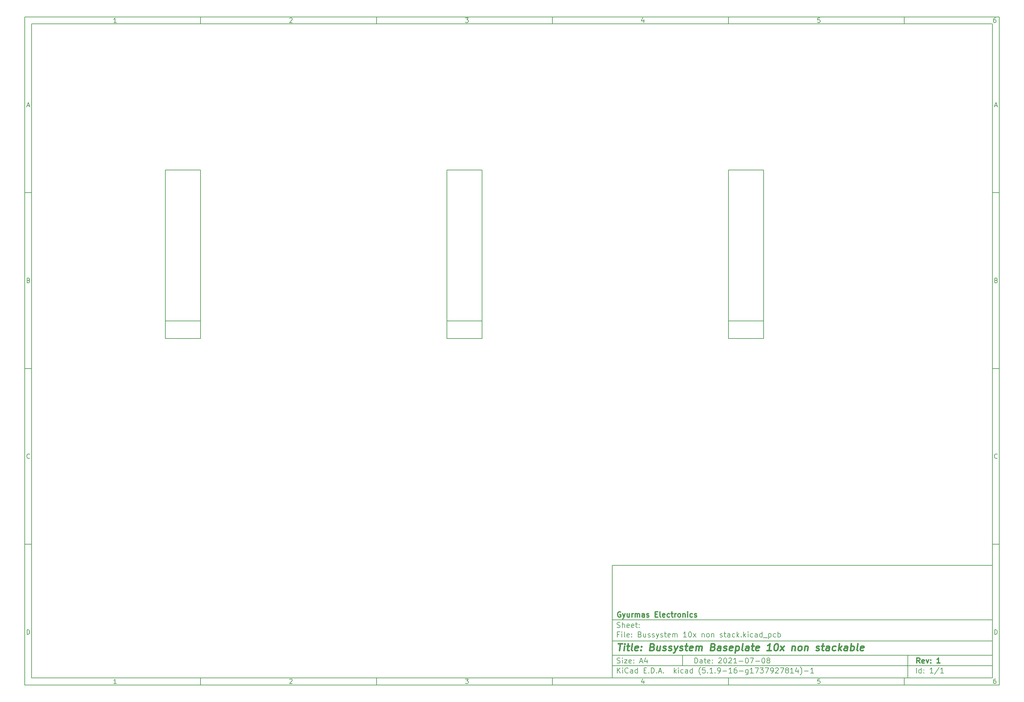
<source format=gbr>
%TF.GenerationSoftware,KiCad,Pcbnew,(5.1.9-16-g1737927814)-1*%
%TF.CreationDate,2021-07-08T12:57:19+02:00*%
%TF.ProjectId,Bussystem 10x non stack,42757373-7973-4746-956d-20313078206e,1*%
%TF.SameCoordinates,Original*%
%TF.FileFunction,Legend,Bot*%
%TF.FilePolarity,Positive*%
%FSLAX46Y46*%
G04 Gerber Fmt 4.6, Leading zero omitted, Abs format (unit mm)*
G04 Created by KiCad (PCBNEW (5.1.9-16-g1737927814)-1) date 2021-07-08 12:57:19*
%MOMM*%
%LPD*%
G01*
G04 APERTURE LIST*
%ADD10C,0.100000*%
%ADD11C,0.150000*%
%ADD12C,0.300000*%
%ADD13C,0.400000*%
G04 APERTURE END LIST*
D10*
D11*
X177002200Y-166007200D02*
X177002200Y-198007200D01*
X285002200Y-198007200D01*
X285002200Y-166007200D01*
X177002200Y-166007200D01*
D10*
D11*
X10000000Y-10000000D02*
X10000000Y-200007200D01*
X287002200Y-200007200D01*
X287002200Y-10000000D01*
X10000000Y-10000000D01*
D10*
D11*
X12000000Y-12000000D02*
X12000000Y-198007200D01*
X285002200Y-198007200D01*
X285002200Y-12000000D01*
X12000000Y-12000000D01*
D10*
D11*
X60000000Y-12000000D02*
X60000000Y-10000000D01*
D10*
D11*
X110000000Y-12000000D02*
X110000000Y-10000000D01*
D10*
D11*
X160000000Y-12000000D02*
X160000000Y-10000000D01*
D10*
D11*
X210000000Y-12000000D02*
X210000000Y-10000000D01*
D10*
D11*
X260000000Y-12000000D02*
X260000000Y-10000000D01*
D10*
D11*
X36065476Y-11588095D02*
X35322619Y-11588095D01*
X35694047Y-11588095D02*
X35694047Y-10288095D01*
X35570238Y-10473809D01*
X35446428Y-10597619D01*
X35322619Y-10659523D01*
D10*
D11*
X85322619Y-10411904D02*
X85384523Y-10350000D01*
X85508333Y-10288095D01*
X85817857Y-10288095D01*
X85941666Y-10350000D01*
X86003571Y-10411904D01*
X86065476Y-10535714D01*
X86065476Y-10659523D01*
X86003571Y-10845238D01*
X85260714Y-11588095D01*
X86065476Y-11588095D01*
D10*
D11*
X135260714Y-10288095D02*
X136065476Y-10288095D01*
X135632142Y-10783333D01*
X135817857Y-10783333D01*
X135941666Y-10845238D01*
X136003571Y-10907142D01*
X136065476Y-11030952D01*
X136065476Y-11340476D01*
X136003571Y-11464285D01*
X135941666Y-11526190D01*
X135817857Y-11588095D01*
X135446428Y-11588095D01*
X135322619Y-11526190D01*
X135260714Y-11464285D01*
D10*
D11*
X185941666Y-10721428D02*
X185941666Y-11588095D01*
X185632142Y-10226190D02*
X185322619Y-11154761D01*
X186127380Y-11154761D01*
D10*
D11*
X236003571Y-10288095D02*
X235384523Y-10288095D01*
X235322619Y-10907142D01*
X235384523Y-10845238D01*
X235508333Y-10783333D01*
X235817857Y-10783333D01*
X235941666Y-10845238D01*
X236003571Y-10907142D01*
X236065476Y-11030952D01*
X236065476Y-11340476D01*
X236003571Y-11464285D01*
X235941666Y-11526190D01*
X235817857Y-11588095D01*
X235508333Y-11588095D01*
X235384523Y-11526190D01*
X235322619Y-11464285D01*
D10*
D11*
X285941666Y-10288095D02*
X285694047Y-10288095D01*
X285570238Y-10350000D01*
X285508333Y-10411904D01*
X285384523Y-10597619D01*
X285322619Y-10845238D01*
X285322619Y-11340476D01*
X285384523Y-11464285D01*
X285446428Y-11526190D01*
X285570238Y-11588095D01*
X285817857Y-11588095D01*
X285941666Y-11526190D01*
X286003571Y-11464285D01*
X286065476Y-11340476D01*
X286065476Y-11030952D01*
X286003571Y-10907142D01*
X285941666Y-10845238D01*
X285817857Y-10783333D01*
X285570238Y-10783333D01*
X285446428Y-10845238D01*
X285384523Y-10907142D01*
X285322619Y-11030952D01*
D10*
D11*
X60000000Y-198007200D02*
X60000000Y-200007200D01*
D10*
D11*
X110000000Y-198007200D02*
X110000000Y-200007200D01*
D10*
D11*
X160000000Y-198007200D02*
X160000000Y-200007200D01*
D10*
D11*
X210000000Y-198007200D02*
X210000000Y-200007200D01*
D10*
D11*
X260000000Y-198007200D02*
X260000000Y-200007200D01*
D10*
D11*
X36065476Y-199595295D02*
X35322619Y-199595295D01*
X35694047Y-199595295D02*
X35694047Y-198295295D01*
X35570238Y-198481009D01*
X35446428Y-198604819D01*
X35322619Y-198666723D01*
D10*
D11*
X85322619Y-198419104D02*
X85384523Y-198357200D01*
X85508333Y-198295295D01*
X85817857Y-198295295D01*
X85941666Y-198357200D01*
X86003571Y-198419104D01*
X86065476Y-198542914D01*
X86065476Y-198666723D01*
X86003571Y-198852438D01*
X85260714Y-199595295D01*
X86065476Y-199595295D01*
D10*
D11*
X135260714Y-198295295D02*
X136065476Y-198295295D01*
X135632142Y-198790533D01*
X135817857Y-198790533D01*
X135941666Y-198852438D01*
X136003571Y-198914342D01*
X136065476Y-199038152D01*
X136065476Y-199347676D01*
X136003571Y-199471485D01*
X135941666Y-199533390D01*
X135817857Y-199595295D01*
X135446428Y-199595295D01*
X135322619Y-199533390D01*
X135260714Y-199471485D01*
D10*
D11*
X185941666Y-198728628D02*
X185941666Y-199595295D01*
X185632142Y-198233390D02*
X185322619Y-199161961D01*
X186127380Y-199161961D01*
D10*
D11*
X236003571Y-198295295D02*
X235384523Y-198295295D01*
X235322619Y-198914342D01*
X235384523Y-198852438D01*
X235508333Y-198790533D01*
X235817857Y-198790533D01*
X235941666Y-198852438D01*
X236003571Y-198914342D01*
X236065476Y-199038152D01*
X236065476Y-199347676D01*
X236003571Y-199471485D01*
X235941666Y-199533390D01*
X235817857Y-199595295D01*
X235508333Y-199595295D01*
X235384523Y-199533390D01*
X235322619Y-199471485D01*
D10*
D11*
X285941666Y-198295295D02*
X285694047Y-198295295D01*
X285570238Y-198357200D01*
X285508333Y-198419104D01*
X285384523Y-198604819D01*
X285322619Y-198852438D01*
X285322619Y-199347676D01*
X285384523Y-199471485D01*
X285446428Y-199533390D01*
X285570238Y-199595295D01*
X285817857Y-199595295D01*
X285941666Y-199533390D01*
X286003571Y-199471485D01*
X286065476Y-199347676D01*
X286065476Y-199038152D01*
X286003571Y-198914342D01*
X285941666Y-198852438D01*
X285817857Y-198790533D01*
X285570238Y-198790533D01*
X285446428Y-198852438D01*
X285384523Y-198914342D01*
X285322619Y-199038152D01*
D10*
D11*
X10000000Y-60000000D02*
X12000000Y-60000000D01*
D10*
D11*
X10000000Y-110000000D02*
X12000000Y-110000000D01*
D10*
D11*
X10000000Y-160000000D02*
X12000000Y-160000000D01*
D10*
D11*
X10690476Y-35216666D02*
X11309523Y-35216666D01*
X10566666Y-35588095D02*
X11000000Y-34288095D01*
X11433333Y-35588095D01*
D10*
D11*
X11092857Y-84907142D02*
X11278571Y-84969047D01*
X11340476Y-85030952D01*
X11402380Y-85154761D01*
X11402380Y-85340476D01*
X11340476Y-85464285D01*
X11278571Y-85526190D01*
X11154761Y-85588095D01*
X10659523Y-85588095D01*
X10659523Y-84288095D01*
X11092857Y-84288095D01*
X11216666Y-84350000D01*
X11278571Y-84411904D01*
X11340476Y-84535714D01*
X11340476Y-84659523D01*
X11278571Y-84783333D01*
X11216666Y-84845238D01*
X11092857Y-84907142D01*
X10659523Y-84907142D01*
D10*
D11*
X11402380Y-135464285D02*
X11340476Y-135526190D01*
X11154761Y-135588095D01*
X11030952Y-135588095D01*
X10845238Y-135526190D01*
X10721428Y-135402380D01*
X10659523Y-135278571D01*
X10597619Y-135030952D01*
X10597619Y-134845238D01*
X10659523Y-134597619D01*
X10721428Y-134473809D01*
X10845238Y-134350000D01*
X11030952Y-134288095D01*
X11154761Y-134288095D01*
X11340476Y-134350000D01*
X11402380Y-134411904D01*
D10*
D11*
X10659523Y-185588095D02*
X10659523Y-184288095D01*
X10969047Y-184288095D01*
X11154761Y-184350000D01*
X11278571Y-184473809D01*
X11340476Y-184597619D01*
X11402380Y-184845238D01*
X11402380Y-185030952D01*
X11340476Y-185278571D01*
X11278571Y-185402380D01*
X11154761Y-185526190D01*
X10969047Y-185588095D01*
X10659523Y-185588095D01*
D10*
D11*
X287002200Y-60000000D02*
X285002200Y-60000000D01*
D10*
D11*
X287002200Y-110000000D02*
X285002200Y-110000000D01*
D10*
D11*
X287002200Y-160000000D02*
X285002200Y-160000000D01*
D10*
D11*
X285692676Y-35216666D02*
X286311723Y-35216666D01*
X285568866Y-35588095D02*
X286002200Y-34288095D01*
X286435533Y-35588095D01*
D10*
D11*
X286095057Y-84907142D02*
X286280771Y-84969047D01*
X286342676Y-85030952D01*
X286404580Y-85154761D01*
X286404580Y-85340476D01*
X286342676Y-85464285D01*
X286280771Y-85526190D01*
X286156961Y-85588095D01*
X285661723Y-85588095D01*
X285661723Y-84288095D01*
X286095057Y-84288095D01*
X286218866Y-84350000D01*
X286280771Y-84411904D01*
X286342676Y-84535714D01*
X286342676Y-84659523D01*
X286280771Y-84783333D01*
X286218866Y-84845238D01*
X286095057Y-84907142D01*
X285661723Y-84907142D01*
D10*
D11*
X286404580Y-135464285D02*
X286342676Y-135526190D01*
X286156961Y-135588095D01*
X286033152Y-135588095D01*
X285847438Y-135526190D01*
X285723628Y-135402380D01*
X285661723Y-135278571D01*
X285599819Y-135030952D01*
X285599819Y-134845238D01*
X285661723Y-134597619D01*
X285723628Y-134473809D01*
X285847438Y-134350000D01*
X286033152Y-134288095D01*
X286156961Y-134288095D01*
X286342676Y-134350000D01*
X286404580Y-134411904D01*
D10*
D11*
X285661723Y-185588095D02*
X285661723Y-184288095D01*
X285971247Y-184288095D01*
X286156961Y-184350000D01*
X286280771Y-184473809D01*
X286342676Y-184597619D01*
X286404580Y-184845238D01*
X286404580Y-185030952D01*
X286342676Y-185278571D01*
X286280771Y-185402380D01*
X286156961Y-185526190D01*
X285971247Y-185588095D01*
X285661723Y-185588095D01*
D10*
D11*
X200434342Y-193785771D02*
X200434342Y-192285771D01*
X200791485Y-192285771D01*
X201005771Y-192357200D01*
X201148628Y-192500057D01*
X201220057Y-192642914D01*
X201291485Y-192928628D01*
X201291485Y-193142914D01*
X201220057Y-193428628D01*
X201148628Y-193571485D01*
X201005771Y-193714342D01*
X200791485Y-193785771D01*
X200434342Y-193785771D01*
X202577200Y-193785771D02*
X202577200Y-193000057D01*
X202505771Y-192857200D01*
X202362914Y-192785771D01*
X202077200Y-192785771D01*
X201934342Y-192857200D01*
X202577200Y-193714342D02*
X202434342Y-193785771D01*
X202077200Y-193785771D01*
X201934342Y-193714342D01*
X201862914Y-193571485D01*
X201862914Y-193428628D01*
X201934342Y-193285771D01*
X202077200Y-193214342D01*
X202434342Y-193214342D01*
X202577200Y-193142914D01*
X203077200Y-192785771D02*
X203648628Y-192785771D01*
X203291485Y-192285771D02*
X203291485Y-193571485D01*
X203362914Y-193714342D01*
X203505771Y-193785771D01*
X203648628Y-193785771D01*
X204720057Y-193714342D02*
X204577200Y-193785771D01*
X204291485Y-193785771D01*
X204148628Y-193714342D01*
X204077200Y-193571485D01*
X204077200Y-193000057D01*
X204148628Y-192857200D01*
X204291485Y-192785771D01*
X204577200Y-192785771D01*
X204720057Y-192857200D01*
X204791485Y-193000057D01*
X204791485Y-193142914D01*
X204077200Y-193285771D01*
X205434342Y-193642914D02*
X205505771Y-193714342D01*
X205434342Y-193785771D01*
X205362914Y-193714342D01*
X205434342Y-193642914D01*
X205434342Y-193785771D01*
X205434342Y-192857200D02*
X205505771Y-192928628D01*
X205434342Y-193000057D01*
X205362914Y-192928628D01*
X205434342Y-192857200D01*
X205434342Y-193000057D01*
X207220057Y-192428628D02*
X207291485Y-192357200D01*
X207434342Y-192285771D01*
X207791485Y-192285771D01*
X207934342Y-192357200D01*
X208005771Y-192428628D01*
X208077200Y-192571485D01*
X208077200Y-192714342D01*
X208005771Y-192928628D01*
X207148628Y-193785771D01*
X208077200Y-193785771D01*
X209005771Y-192285771D02*
X209148628Y-192285771D01*
X209291485Y-192357200D01*
X209362914Y-192428628D01*
X209434342Y-192571485D01*
X209505771Y-192857200D01*
X209505771Y-193214342D01*
X209434342Y-193500057D01*
X209362914Y-193642914D01*
X209291485Y-193714342D01*
X209148628Y-193785771D01*
X209005771Y-193785771D01*
X208862914Y-193714342D01*
X208791485Y-193642914D01*
X208720057Y-193500057D01*
X208648628Y-193214342D01*
X208648628Y-192857200D01*
X208720057Y-192571485D01*
X208791485Y-192428628D01*
X208862914Y-192357200D01*
X209005771Y-192285771D01*
X210077200Y-192428628D02*
X210148628Y-192357200D01*
X210291485Y-192285771D01*
X210648628Y-192285771D01*
X210791485Y-192357200D01*
X210862914Y-192428628D01*
X210934342Y-192571485D01*
X210934342Y-192714342D01*
X210862914Y-192928628D01*
X210005771Y-193785771D01*
X210934342Y-193785771D01*
X212362914Y-193785771D02*
X211505771Y-193785771D01*
X211934342Y-193785771D02*
X211934342Y-192285771D01*
X211791485Y-192500057D01*
X211648628Y-192642914D01*
X211505771Y-192714342D01*
X213005771Y-193214342D02*
X214148628Y-193214342D01*
X215148628Y-192285771D02*
X215291485Y-192285771D01*
X215434342Y-192357200D01*
X215505771Y-192428628D01*
X215577200Y-192571485D01*
X215648628Y-192857200D01*
X215648628Y-193214342D01*
X215577200Y-193500057D01*
X215505771Y-193642914D01*
X215434342Y-193714342D01*
X215291485Y-193785771D01*
X215148628Y-193785771D01*
X215005771Y-193714342D01*
X214934342Y-193642914D01*
X214862914Y-193500057D01*
X214791485Y-193214342D01*
X214791485Y-192857200D01*
X214862914Y-192571485D01*
X214934342Y-192428628D01*
X215005771Y-192357200D01*
X215148628Y-192285771D01*
X216148628Y-192285771D02*
X217148628Y-192285771D01*
X216505771Y-193785771D01*
X217720057Y-193214342D02*
X218862914Y-193214342D01*
X219862914Y-192285771D02*
X220005771Y-192285771D01*
X220148628Y-192357200D01*
X220220057Y-192428628D01*
X220291485Y-192571485D01*
X220362914Y-192857200D01*
X220362914Y-193214342D01*
X220291485Y-193500057D01*
X220220057Y-193642914D01*
X220148628Y-193714342D01*
X220005771Y-193785771D01*
X219862914Y-193785771D01*
X219720057Y-193714342D01*
X219648628Y-193642914D01*
X219577200Y-193500057D01*
X219505771Y-193214342D01*
X219505771Y-192857200D01*
X219577200Y-192571485D01*
X219648628Y-192428628D01*
X219720057Y-192357200D01*
X219862914Y-192285771D01*
X221220057Y-192928628D02*
X221077200Y-192857200D01*
X221005771Y-192785771D01*
X220934342Y-192642914D01*
X220934342Y-192571485D01*
X221005771Y-192428628D01*
X221077200Y-192357200D01*
X221220057Y-192285771D01*
X221505771Y-192285771D01*
X221648628Y-192357200D01*
X221720057Y-192428628D01*
X221791485Y-192571485D01*
X221791485Y-192642914D01*
X221720057Y-192785771D01*
X221648628Y-192857200D01*
X221505771Y-192928628D01*
X221220057Y-192928628D01*
X221077200Y-193000057D01*
X221005771Y-193071485D01*
X220934342Y-193214342D01*
X220934342Y-193500057D01*
X221005771Y-193642914D01*
X221077200Y-193714342D01*
X221220057Y-193785771D01*
X221505771Y-193785771D01*
X221648628Y-193714342D01*
X221720057Y-193642914D01*
X221791485Y-193500057D01*
X221791485Y-193214342D01*
X221720057Y-193071485D01*
X221648628Y-193000057D01*
X221505771Y-192928628D01*
D10*
D11*
X177002200Y-194507200D02*
X285002200Y-194507200D01*
D10*
D11*
X178434342Y-196585771D02*
X178434342Y-195085771D01*
X179291485Y-196585771D02*
X178648628Y-195728628D01*
X179291485Y-195085771D02*
X178434342Y-195942914D01*
X179934342Y-196585771D02*
X179934342Y-195585771D01*
X179934342Y-195085771D02*
X179862914Y-195157200D01*
X179934342Y-195228628D01*
X180005771Y-195157200D01*
X179934342Y-195085771D01*
X179934342Y-195228628D01*
X181505771Y-196442914D02*
X181434342Y-196514342D01*
X181220057Y-196585771D01*
X181077200Y-196585771D01*
X180862914Y-196514342D01*
X180720057Y-196371485D01*
X180648628Y-196228628D01*
X180577200Y-195942914D01*
X180577200Y-195728628D01*
X180648628Y-195442914D01*
X180720057Y-195300057D01*
X180862914Y-195157200D01*
X181077200Y-195085771D01*
X181220057Y-195085771D01*
X181434342Y-195157200D01*
X181505771Y-195228628D01*
X182791485Y-196585771D02*
X182791485Y-195800057D01*
X182720057Y-195657200D01*
X182577200Y-195585771D01*
X182291485Y-195585771D01*
X182148628Y-195657200D01*
X182791485Y-196514342D02*
X182648628Y-196585771D01*
X182291485Y-196585771D01*
X182148628Y-196514342D01*
X182077200Y-196371485D01*
X182077200Y-196228628D01*
X182148628Y-196085771D01*
X182291485Y-196014342D01*
X182648628Y-196014342D01*
X182791485Y-195942914D01*
X184148628Y-196585771D02*
X184148628Y-195085771D01*
X184148628Y-196514342D02*
X184005771Y-196585771D01*
X183720057Y-196585771D01*
X183577200Y-196514342D01*
X183505771Y-196442914D01*
X183434342Y-196300057D01*
X183434342Y-195871485D01*
X183505771Y-195728628D01*
X183577200Y-195657200D01*
X183720057Y-195585771D01*
X184005771Y-195585771D01*
X184148628Y-195657200D01*
X186005771Y-195800057D02*
X186505771Y-195800057D01*
X186720057Y-196585771D02*
X186005771Y-196585771D01*
X186005771Y-195085771D01*
X186720057Y-195085771D01*
X187362914Y-196442914D02*
X187434342Y-196514342D01*
X187362914Y-196585771D01*
X187291485Y-196514342D01*
X187362914Y-196442914D01*
X187362914Y-196585771D01*
X188077200Y-196585771D02*
X188077200Y-195085771D01*
X188434342Y-195085771D01*
X188648628Y-195157200D01*
X188791485Y-195300057D01*
X188862914Y-195442914D01*
X188934342Y-195728628D01*
X188934342Y-195942914D01*
X188862914Y-196228628D01*
X188791485Y-196371485D01*
X188648628Y-196514342D01*
X188434342Y-196585771D01*
X188077200Y-196585771D01*
X189577200Y-196442914D02*
X189648628Y-196514342D01*
X189577200Y-196585771D01*
X189505771Y-196514342D01*
X189577200Y-196442914D01*
X189577200Y-196585771D01*
X190220057Y-196157200D02*
X190934342Y-196157200D01*
X190077200Y-196585771D02*
X190577200Y-195085771D01*
X191077200Y-196585771D01*
X191577200Y-196442914D02*
X191648628Y-196514342D01*
X191577200Y-196585771D01*
X191505771Y-196514342D01*
X191577200Y-196442914D01*
X191577200Y-196585771D01*
X194577200Y-196585771D02*
X194577200Y-195085771D01*
X194720057Y-196014342D02*
X195148628Y-196585771D01*
X195148628Y-195585771D02*
X194577200Y-196157200D01*
X195791485Y-196585771D02*
X195791485Y-195585771D01*
X195791485Y-195085771D02*
X195720057Y-195157200D01*
X195791485Y-195228628D01*
X195862914Y-195157200D01*
X195791485Y-195085771D01*
X195791485Y-195228628D01*
X197148628Y-196514342D02*
X197005771Y-196585771D01*
X196720057Y-196585771D01*
X196577200Y-196514342D01*
X196505771Y-196442914D01*
X196434342Y-196300057D01*
X196434342Y-195871485D01*
X196505771Y-195728628D01*
X196577200Y-195657200D01*
X196720057Y-195585771D01*
X197005771Y-195585771D01*
X197148628Y-195657200D01*
X198434342Y-196585771D02*
X198434342Y-195800057D01*
X198362914Y-195657200D01*
X198220057Y-195585771D01*
X197934342Y-195585771D01*
X197791485Y-195657200D01*
X198434342Y-196514342D02*
X198291485Y-196585771D01*
X197934342Y-196585771D01*
X197791485Y-196514342D01*
X197720057Y-196371485D01*
X197720057Y-196228628D01*
X197791485Y-196085771D01*
X197934342Y-196014342D01*
X198291485Y-196014342D01*
X198434342Y-195942914D01*
X199791485Y-196585771D02*
X199791485Y-195085771D01*
X199791485Y-196514342D02*
X199648628Y-196585771D01*
X199362914Y-196585771D01*
X199220057Y-196514342D01*
X199148628Y-196442914D01*
X199077200Y-196300057D01*
X199077200Y-195871485D01*
X199148628Y-195728628D01*
X199220057Y-195657200D01*
X199362914Y-195585771D01*
X199648628Y-195585771D01*
X199791485Y-195657200D01*
X202077200Y-197157200D02*
X202005771Y-197085771D01*
X201862914Y-196871485D01*
X201791485Y-196728628D01*
X201720057Y-196514342D01*
X201648628Y-196157200D01*
X201648628Y-195871485D01*
X201720057Y-195514342D01*
X201791485Y-195300057D01*
X201862914Y-195157200D01*
X202005771Y-194942914D01*
X202077200Y-194871485D01*
X203362914Y-195085771D02*
X202648628Y-195085771D01*
X202577200Y-195800057D01*
X202648628Y-195728628D01*
X202791485Y-195657200D01*
X203148628Y-195657200D01*
X203291485Y-195728628D01*
X203362914Y-195800057D01*
X203434342Y-195942914D01*
X203434342Y-196300057D01*
X203362914Y-196442914D01*
X203291485Y-196514342D01*
X203148628Y-196585771D01*
X202791485Y-196585771D01*
X202648628Y-196514342D01*
X202577200Y-196442914D01*
X204077200Y-196442914D02*
X204148628Y-196514342D01*
X204077200Y-196585771D01*
X204005771Y-196514342D01*
X204077200Y-196442914D01*
X204077200Y-196585771D01*
X205577200Y-196585771D02*
X204720057Y-196585771D01*
X205148628Y-196585771D02*
X205148628Y-195085771D01*
X205005771Y-195300057D01*
X204862914Y-195442914D01*
X204720057Y-195514342D01*
X206220057Y-196442914D02*
X206291485Y-196514342D01*
X206220057Y-196585771D01*
X206148628Y-196514342D01*
X206220057Y-196442914D01*
X206220057Y-196585771D01*
X207005771Y-196585771D02*
X207291485Y-196585771D01*
X207434342Y-196514342D01*
X207505771Y-196442914D01*
X207648628Y-196228628D01*
X207720057Y-195942914D01*
X207720057Y-195371485D01*
X207648628Y-195228628D01*
X207577200Y-195157200D01*
X207434342Y-195085771D01*
X207148628Y-195085771D01*
X207005771Y-195157200D01*
X206934342Y-195228628D01*
X206862914Y-195371485D01*
X206862914Y-195728628D01*
X206934342Y-195871485D01*
X207005771Y-195942914D01*
X207148628Y-196014342D01*
X207434342Y-196014342D01*
X207577200Y-195942914D01*
X207648628Y-195871485D01*
X207720057Y-195728628D01*
X208362914Y-196014342D02*
X209505771Y-196014342D01*
X211005771Y-196585771D02*
X210148628Y-196585771D01*
X210577200Y-196585771D02*
X210577200Y-195085771D01*
X210434342Y-195300057D01*
X210291485Y-195442914D01*
X210148628Y-195514342D01*
X212291485Y-195085771D02*
X212005771Y-195085771D01*
X211862914Y-195157200D01*
X211791485Y-195228628D01*
X211648628Y-195442914D01*
X211577200Y-195728628D01*
X211577200Y-196300057D01*
X211648628Y-196442914D01*
X211720057Y-196514342D01*
X211862914Y-196585771D01*
X212148628Y-196585771D01*
X212291485Y-196514342D01*
X212362914Y-196442914D01*
X212434342Y-196300057D01*
X212434342Y-195942914D01*
X212362914Y-195800057D01*
X212291485Y-195728628D01*
X212148628Y-195657200D01*
X211862914Y-195657200D01*
X211720057Y-195728628D01*
X211648628Y-195800057D01*
X211577200Y-195942914D01*
X213077200Y-196014342D02*
X214220057Y-196014342D01*
X215577200Y-195585771D02*
X215577200Y-196800057D01*
X215505771Y-196942914D01*
X215434342Y-197014342D01*
X215291485Y-197085771D01*
X215077200Y-197085771D01*
X214934342Y-197014342D01*
X215577200Y-196514342D02*
X215434342Y-196585771D01*
X215148628Y-196585771D01*
X215005771Y-196514342D01*
X214934342Y-196442914D01*
X214862914Y-196300057D01*
X214862914Y-195871485D01*
X214934342Y-195728628D01*
X215005771Y-195657200D01*
X215148628Y-195585771D01*
X215434342Y-195585771D01*
X215577200Y-195657200D01*
X217077200Y-196585771D02*
X216220057Y-196585771D01*
X216648628Y-196585771D02*
X216648628Y-195085771D01*
X216505771Y-195300057D01*
X216362914Y-195442914D01*
X216220057Y-195514342D01*
X217577200Y-195085771D02*
X218577200Y-195085771D01*
X217934342Y-196585771D01*
X219005771Y-195085771D02*
X219934342Y-195085771D01*
X219434342Y-195657200D01*
X219648628Y-195657200D01*
X219791485Y-195728628D01*
X219862914Y-195800057D01*
X219934342Y-195942914D01*
X219934342Y-196300057D01*
X219862914Y-196442914D01*
X219791485Y-196514342D01*
X219648628Y-196585771D01*
X219220057Y-196585771D01*
X219077200Y-196514342D01*
X219005771Y-196442914D01*
X220434342Y-195085771D02*
X221434342Y-195085771D01*
X220791485Y-196585771D01*
X222077200Y-196585771D02*
X222362914Y-196585771D01*
X222505771Y-196514342D01*
X222577200Y-196442914D01*
X222720057Y-196228628D01*
X222791485Y-195942914D01*
X222791485Y-195371485D01*
X222720057Y-195228628D01*
X222648628Y-195157200D01*
X222505771Y-195085771D01*
X222220057Y-195085771D01*
X222077200Y-195157200D01*
X222005771Y-195228628D01*
X221934342Y-195371485D01*
X221934342Y-195728628D01*
X222005771Y-195871485D01*
X222077200Y-195942914D01*
X222220057Y-196014342D01*
X222505771Y-196014342D01*
X222648628Y-195942914D01*
X222720057Y-195871485D01*
X222791485Y-195728628D01*
X223362914Y-195228628D02*
X223434342Y-195157200D01*
X223577200Y-195085771D01*
X223934342Y-195085771D01*
X224077200Y-195157200D01*
X224148628Y-195228628D01*
X224220057Y-195371485D01*
X224220057Y-195514342D01*
X224148628Y-195728628D01*
X223291485Y-196585771D01*
X224220057Y-196585771D01*
X224720057Y-195085771D02*
X225720057Y-195085771D01*
X225077200Y-196585771D01*
X226505771Y-195728628D02*
X226362914Y-195657200D01*
X226291485Y-195585771D01*
X226220057Y-195442914D01*
X226220057Y-195371485D01*
X226291485Y-195228628D01*
X226362914Y-195157200D01*
X226505771Y-195085771D01*
X226791485Y-195085771D01*
X226934342Y-195157200D01*
X227005771Y-195228628D01*
X227077199Y-195371485D01*
X227077199Y-195442914D01*
X227005771Y-195585771D01*
X226934342Y-195657200D01*
X226791485Y-195728628D01*
X226505771Y-195728628D01*
X226362914Y-195800057D01*
X226291485Y-195871485D01*
X226220057Y-196014342D01*
X226220057Y-196300057D01*
X226291485Y-196442914D01*
X226362914Y-196514342D01*
X226505771Y-196585771D01*
X226791485Y-196585771D01*
X226934342Y-196514342D01*
X227005771Y-196442914D01*
X227077199Y-196300057D01*
X227077199Y-196014342D01*
X227005771Y-195871485D01*
X226934342Y-195800057D01*
X226791485Y-195728628D01*
X228505771Y-196585771D02*
X227648628Y-196585771D01*
X228077199Y-196585771D02*
X228077199Y-195085771D01*
X227934342Y-195300057D01*
X227791485Y-195442914D01*
X227648628Y-195514342D01*
X229791485Y-195585771D02*
X229791485Y-196585771D01*
X229434342Y-195014342D02*
X229077199Y-196085771D01*
X230005771Y-196085771D01*
X230434342Y-197157200D02*
X230505771Y-197085771D01*
X230648628Y-196871485D01*
X230720057Y-196728628D01*
X230791485Y-196514342D01*
X230862914Y-196157200D01*
X230862914Y-195871485D01*
X230791485Y-195514342D01*
X230720057Y-195300057D01*
X230648628Y-195157200D01*
X230505771Y-194942914D01*
X230434342Y-194871485D01*
X231577199Y-196014342D02*
X232720057Y-196014342D01*
X234220057Y-196585771D02*
X233362914Y-196585771D01*
X233791485Y-196585771D02*
X233791485Y-195085771D01*
X233648628Y-195300057D01*
X233505771Y-195442914D01*
X233362914Y-195514342D01*
D10*
D11*
X177002200Y-191507200D02*
X285002200Y-191507200D01*
D10*
D12*
X264411485Y-193785771D02*
X263911485Y-193071485D01*
X263554342Y-193785771D02*
X263554342Y-192285771D01*
X264125771Y-192285771D01*
X264268628Y-192357200D01*
X264340057Y-192428628D01*
X264411485Y-192571485D01*
X264411485Y-192785771D01*
X264340057Y-192928628D01*
X264268628Y-193000057D01*
X264125771Y-193071485D01*
X263554342Y-193071485D01*
X265625771Y-193714342D02*
X265482914Y-193785771D01*
X265197200Y-193785771D01*
X265054342Y-193714342D01*
X264982914Y-193571485D01*
X264982914Y-193000057D01*
X265054342Y-192857200D01*
X265197200Y-192785771D01*
X265482914Y-192785771D01*
X265625771Y-192857200D01*
X265697200Y-193000057D01*
X265697200Y-193142914D01*
X264982914Y-193285771D01*
X266197200Y-192785771D02*
X266554342Y-193785771D01*
X266911485Y-192785771D01*
X267482914Y-193642914D02*
X267554342Y-193714342D01*
X267482914Y-193785771D01*
X267411485Y-193714342D01*
X267482914Y-193642914D01*
X267482914Y-193785771D01*
X267482914Y-192857200D02*
X267554342Y-192928628D01*
X267482914Y-193000057D01*
X267411485Y-192928628D01*
X267482914Y-192857200D01*
X267482914Y-193000057D01*
X270125771Y-193785771D02*
X269268628Y-193785771D01*
X269697200Y-193785771D02*
X269697200Y-192285771D01*
X269554342Y-192500057D01*
X269411485Y-192642914D01*
X269268628Y-192714342D01*
D10*
D11*
X178362914Y-193714342D02*
X178577200Y-193785771D01*
X178934342Y-193785771D01*
X179077200Y-193714342D01*
X179148628Y-193642914D01*
X179220057Y-193500057D01*
X179220057Y-193357200D01*
X179148628Y-193214342D01*
X179077200Y-193142914D01*
X178934342Y-193071485D01*
X178648628Y-193000057D01*
X178505771Y-192928628D01*
X178434342Y-192857200D01*
X178362914Y-192714342D01*
X178362914Y-192571485D01*
X178434342Y-192428628D01*
X178505771Y-192357200D01*
X178648628Y-192285771D01*
X179005771Y-192285771D01*
X179220057Y-192357200D01*
X179862914Y-193785771D02*
X179862914Y-192785771D01*
X179862914Y-192285771D02*
X179791485Y-192357200D01*
X179862914Y-192428628D01*
X179934342Y-192357200D01*
X179862914Y-192285771D01*
X179862914Y-192428628D01*
X180434342Y-192785771D02*
X181220057Y-192785771D01*
X180434342Y-193785771D01*
X181220057Y-193785771D01*
X182362914Y-193714342D02*
X182220057Y-193785771D01*
X181934342Y-193785771D01*
X181791485Y-193714342D01*
X181720057Y-193571485D01*
X181720057Y-193000057D01*
X181791485Y-192857200D01*
X181934342Y-192785771D01*
X182220057Y-192785771D01*
X182362914Y-192857200D01*
X182434342Y-193000057D01*
X182434342Y-193142914D01*
X181720057Y-193285771D01*
X183077200Y-193642914D02*
X183148628Y-193714342D01*
X183077200Y-193785771D01*
X183005771Y-193714342D01*
X183077200Y-193642914D01*
X183077200Y-193785771D01*
X183077200Y-192857200D02*
X183148628Y-192928628D01*
X183077200Y-193000057D01*
X183005771Y-192928628D01*
X183077200Y-192857200D01*
X183077200Y-193000057D01*
X184862914Y-193357200D02*
X185577200Y-193357200D01*
X184720057Y-193785771D02*
X185220057Y-192285771D01*
X185720057Y-193785771D01*
X186862914Y-192785771D02*
X186862914Y-193785771D01*
X186505771Y-192214342D02*
X186148628Y-193285771D01*
X187077200Y-193285771D01*
D10*
D11*
X263434342Y-196585771D02*
X263434342Y-195085771D01*
X264791485Y-196585771D02*
X264791485Y-195085771D01*
X264791485Y-196514342D02*
X264648628Y-196585771D01*
X264362914Y-196585771D01*
X264220057Y-196514342D01*
X264148628Y-196442914D01*
X264077200Y-196300057D01*
X264077200Y-195871485D01*
X264148628Y-195728628D01*
X264220057Y-195657200D01*
X264362914Y-195585771D01*
X264648628Y-195585771D01*
X264791485Y-195657200D01*
X265505771Y-196442914D02*
X265577200Y-196514342D01*
X265505771Y-196585771D01*
X265434342Y-196514342D01*
X265505771Y-196442914D01*
X265505771Y-196585771D01*
X265505771Y-195657200D02*
X265577200Y-195728628D01*
X265505771Y-195800057D01*
X265434342Y-195728628D01*
X265505771Y-195657200D01*
X265505771Y-195800057D01*
X268148628Y-196585771D02*
X267291485Y-196585771D01*
X267720057Y-196585771D02*
X267720057Y-195085771D01*
X267577200Y-195300057D01*
X267434342Y-195442914D01*
X267291485Y-195514342D01*
X269862914Y-195014342D02*
X268577200Y-196942914D01*
X271148628Y-196585771D02*
X270291485Y-196585771D01*
X270720057Y-196585771D02*
X270720057Y-195085771D01*
X270577200Y-195300057D01*
X270434342Y-195442914D01*
X270291485Y-195514342D01*
D10*
D11*
X177002200Y-187507200D02*
X285002200Y-187507200D01*
D10*
D13*
X178714580Y-188211961D02*
X179857438Y-188211961D01*
X179036009Y-190211961D02*
X179286009Y-188211961D01*
X180274104Y-190211961D02*
X180440771Y-188878628D01*
X180524104Y-188211961D02*
X180416961Y-188307200D01*
X180500295Y-188402438D01*
X180607438Y-188307200D01*
X180524104Y-188211961D01*
X180500295Y-188402438D01*
X181107438Y-188878628D02*
X181869342Y-188878628D01*
X181476485Y-188211961D02*
X181262200Y-189926247D01*
X181333628Y-190116723D01*
X181512200Y-190211961D01*
X181702676Y-190211961D01*
X182655057Y-190211961D02*
X182476485Y-190116723D01*
X182405057Y-189926247D01*
X182619342Y-188211961D01*
X184190771Y-190116723D02*
X183988390Y-190211961D01*
X183607438Y-190211961D01*
X183428866Y-190116723D01*
X183357438Y-189926247D01*
X183452676Y-189164342D01*
X183571723Y-188973866D01*
X183774104Y-188878628D01*
X184155057Y-188878628D01*
X184333628Y-188973866D01*
X184405057Y-189164342D01*
X184381247Y-189354819D01*
X183405057Y-189545295D01*
X185155057Y-190021485D02*
X185238390Y-190116723D01*
X185131247Y-190211961D01*
X185047914Y-190116723D01*
X185155057Y-190021485D01*
X185131247Y-190211961D01*
X185286009Y-188973866D02*
X185369342Y-189069104D01*
X185262200Y-189164342D01*
X185178866Y-189069104D01*
X185286009Y-188973866D01*
X185262200Y-189164342D01*
X188405057Y-189164342D02*
X188678866Y-189259580D01*
X188762200Y-189354819D01*
X188833628Y-189545295D01*
X188797914Y-189831009D01*
X188678866Y-190021485D01*
X188571723Y-190116723D01*
X188369342Y-190211961D01*
X187607438Y-190211961D01*
X187857438Y-188211961D01*
X188524104Y-188211961D01*
X188702676Y-188307200D01*
X188786009Y-188402438D01*
X188857438Y-188592914D01*
X188833628Y-188783390D01*
X188714580Y-188973866D01*
X188607438Y-189069104D01*
X188405057Y-189164342D01*
X187738390Y-189164342D01*
X190631247Y-188878628D02*
X190464580Y-190211961D01*
X189774104Y-188878628D02*
X189643152Y-189926247D01*
X189714580Y-190116723D01*
X189893152Y-190211961D01*
X190178866Y-190211961D01*
X190381247Y-190116723D01*
X190488390Y-190021485D01*
X191333628Y-190116723D02*
X191512200Y-190211961D01*
X191893152Y-190211961D01*
X192095533Y-190116723D01*
X192214580Y-189926247D01*
X192226485Y-189831009D01*
X192155057Y-189640533D01*
X191976485Y-189545295D01*
X191690771Y-189545295D01*
X191512200Y-189450057D01*
X191440771Y-189259580D01*
X191452676Y-189164342D01*
X191571723Y-188973866D01*
X191774104Y-188878628D01*
X192059819Y-188878628D01*
X192238390Y-188973866D01*
X192952676Y-190116723D02*
X193131247Y-190211961D01*
X193512200Y-190211961D01*
X193714580Y-190116723D01*
X193833628Y-189926247D01*
X193845533Y-189831009D01*
X193774104Y-189640533D01*
X193595533Y-189545295D01*
X193309819Y-189545295D01*
X193131247Y-189450057D01*
X193059819Y-189259580D01*
X193071723Y-189164342D01*
X193190771Y-188973866D01*
X193393152Y-188878628D01*
X193678866Y-188878628D01*
X193857438Y-188973866D01*
X194631247Y-188878628D02*
X194940771Y-190211961D01*
X195583628Y-188878628D02*
X194940771Y-190211961D01*
X194690771Y-190688152D01*
X194583628Y-190783390D01*
X194381247Y-190878628D01*
X196095533Y-190116723D02*
X196274104Y-190211961D01*
X196655057Y-190211961D01*
X196857438Y-190116723D01*
X196976485Y-189926247D01*
X196988390Y-189831009D01*
X196916961Y-189640533D01*
X196738390Y-189545295D01*
X196452676Y-189545295D01*
X196274104Y-189450057D01*
X196202676Y-189259580D01*
X196214580Y-189164342D01*
X196333628Y-188973866D01*
X196536009Y-188878628D01*
X196821723Y-188878628D01*
X197000295Y-188973866D01*
X197678866Y-188878628D02*
X198440771Y-188878628D01*
X198047914Y-188211961D02*
X197833628Y-189926247D01*
X197905057Y-190116723D01*
X198083628Y-190211961D01*
X198274104Y-190211961D01*
X199714580Y-190116723D02*
X199512200Y-190211961D01*
X199131247Y-190211961D01*
X198952676Y-190116723D01*
X198881247Y-189926247D01*
X198976485Y-189164342D01*
X199095533Y-188973866D01*
X199297914Y-188878628D01*
X199678866Y-188878628D01*
X199857438Y-188973866D01*
X199928866Y-189164342D01*
X199905057Y-189354819D01*
X198928866Y-189545295D01*
X200655057Y-190211961D02*
X200821723Y-188878628D01*
X200797914Y-189069104D02*
X200905057Y-188973866D01*
X201107438Y-188878628D01*
X201393152Y-188878628D01*
X201571723Y-188973866D01*
X201643152Y-189164342D01*
X201512200Y-190211961D01*
X201643152Y-189164342D02*
X201762200Y-188973866D01*
X201964580Y-188878628D01*
X202250295Y-188878628D01*
X202428866Y-188973866D01*
X202500295Y-189164342D01*
X202369342Y-190211961D01*
X205643152Y-189164342D02*
X205916961Y-189259580D01*
X206000295Y-189354819D01*
X206071723Y-189545295D01*
X206036009Y-189831009D01*
X205916961Y-190021485D01*
X205809819Y-190116723D01*
X205607438Y-190211961D01*
X204845533Y-190211961D01*
X205095533Y-188211961D01*
X205762200Y-188211961D01*
X205940771Y-188307200D01*
X206024104Y-188402438D01*
X206095533Y-188592914D01*
X206071723Y-188783390D01*
X205952676Y-188973866D01*
X205845533Y-189069104D01*
X205643152Y-189164342D01*
X204976485Y-189164342D01*
X207702676Y-190211961D02*
X207833628Y-189164342D01*
X207762200Y-188973866D01*
X207583628Y-188878628D01*
X207202676Y-188878628D01*
X207000295Y-188973866D01*
X207714580Y-190116723D02*
X207512200Y-190211961D01*
X207036009Y-190211961D01*
X206857438Y-190116723D01*
X206786009Y-189926247D01*
X206809819Y-189735771D01*
X206928866Y-189545295D01*
X207131247Y-189450057D01*
X207607438Y-189450057D01*
X207809819Y-189354819D01*
X208571723Y-190116723D02*
X208750295Y-190211961D01*
X209131247Y-190211961D01*
X209333628Y-190116723D01*
X209452676Y-189926247D01*
X209464580Y-189831009D01*
X209393152Y-189640533D01*
X209214580Y-189545295D01*
X208928866Y-189545295D01*
X208750295Y-189450057D01*
X208678866Y-189259580D01*
X208690771Y-189164342D01*
X208809819Y-188973866D01*
X209012200Y-188878628D01*
X209297914Y-188878628D01*
X209476485Y-188973866D01*
X211047914Y-190116723D02*
X210845533Y-190211961D01*
X210464580Y-190211961D01*
X210286009Y-190116723D01*
X210214580Y-189926247D01*
X210309819Y-189164342D01*
X210428866Y-188973866D01*
X210631247Y-188878628D01*
X211012200Y-188878628D01*
X211190771Y-188973866D01*
X211262200Y-189164342D01*
X211238390Y-189354819D01*
X210262200Y-189545295D01*
X212155057Y-188878628D02*
X211905057Y-190878628D01*
X212143152Y-188973866D02*
X212345533Y-188878628D01*
X212726485Y-188878628D01*
X212905057Y-188973866D01*
X212988390Y-189069104D01*
X213059819Y-189259580D01*
X212988390Y-189831009D01*
X212869342Y-190021485D01*
X212762200Y-190116723D01*
X212559819Y-190211961D01*
X212178866Y-190211961D01*
X212000295Y-190116723D01*
X214083628Y-190211961D02*
X213905057Y-190116723D01*
X213833628Y-189926247D01*
X214047914Y-188211961D01*
X215702676Y-190211961D02*
X215833628Y-189164342D01*
X215762200Y-188973866D01*
X215583628Y-188878628D01*
X215202676Y-188878628D01*
X215000295Y-188973866D01*
X215714580Y-190116723D02*
X215512200Y-190211961D01*
X215036009Y-190211961D01*
X214857438Y-190116723D01*
X214786009Y-189926247D01*
X214809819Y-189735771D01*
X214928866Y-189545295D01*
X215131247Y-189450057D01*
X215607438Y-189450057D01*
X215809819Y-189354819D01*
X216536009Y-188878628D02*
X217297914Y-188878628D01*
X216905057Y-188211961D02*
X216690771Y-189926247D01*
X216762200Y-190116723D01*
X216940771Y-190211961D01*
X217131247Y-190211961D01*
X218571723Y-190116723D02*
X218369342Y-190211961D01*
X217988390Y-190211961D01*
X217809819Y-190116723D01*
X217738390Y-189926247D01*
X217833628Y-189164342D01*
X217952676Y-188973866D01*
X218155057Y-188878628D01*
X218536009Y-188878628D01*
X218714580Y-188973866D01*
X218786009Y-189164342D01*
X218762200Y-189354819D01*
X217786009Y-189545295D01*
X222083628Y-190211961D02*
X220940771Y-190211961D01*
X221512200Y-190211961D02*
X221762200Y-188211961D01*
X221536009Y-188497676D01*
X221321723Y-188688152D01*
X221119342Y-188783390D01*
X223571723Y-188211961D02*
X223762200Y-188211961D01*
X223940771Y-188307200D01*
X224024104Y-188402438D01*
X224095533Y-188592914D01*
X224143152Y-188973866D01*
X224083628Y-189450057D01*
X223940771Y-189831009D01*
X223821723Y-190021485D01*
X223714580Y-190116723D01*
X223512200Y-190211961D01*
X223321723Y-190211961D01*
X223143152Y-190116723D01*
X223059819Y-190021485D01*
X222988390Y-189831009D01*
X222940771Y-189450057D01*
X223000295Y-188973866D01*
X223143152Y-188592914D01*
X223262200Y-188402438D01*
X223369342Y-188307200D01*
X223571723Y-188211961D01*
X224655057Y-190211961D02*
X225869342Y-188878628D01*
X224821723Y-188878628D02*
X225702676Y-190211961D01*
X228155057Y-188878628D02*
X227988390Y-190211961D01*
X228131247Y-189069104D02*
X228238390Y-188973866D01*
X228440771Y-188878628D01*
X228726485Y-188878628D01*
X228905057Y-188973866D01*
X228976485Y-189164342D01*
X228845533Y-190211961D01*
X230083628Y-190211961D02*
X229905057Y-190116723D01*
X229821723Y-190021485D01*
X229750295Y-189831009D01*
X229821723Y-189259580D01*
X229940771Y-189069104D01*
X230047914Y-188973866D01*
X230250295Y-188878628D01*
X230536009Y-188878628D01*
X230714580Y-188973866D01*
X230797914Y-189069104D01*
X230869342Y-189259580D01*
X230797914Y-189831009D01*
X230678866Y-190021485D01*
X230571723Y-190116723D01*
X230369342Y-190211961D01*
X230083628Y-190211961D01*
X231774104Y-188878628D02*
X231607438Y-190211961D01*
X231750295Y-189069104D02*
X231857438Y-188973866D01*
X232059819Y-188878628D01*
X232345533Y-188878628D01*
X232524104Y-188973866D01*
X232595533Y-189164342D01*
X232464580Y-190211961D01*
X234857438Y-190116723D02*
X235036009Y-190211961D01*
X235416961Y-190211961D01*
X235619342Y-190116723D01*
X235738390Y-189926247D01*
X235750295Y-189831009D01*
X235678866Y-189640533D01*
X235500295Y-189545295D01*
X235214580Y-189545295D01*
X235036009Y-189450057D01*
X234964580Y-189259580D01*
X234976485Y-189164342D01*
X235095533Y-188973866D01*
X235297914Y-188878628D01*
X235583628Y-188878628D01*
X235762199Y-188973866D01*
X236440771Y-188878628D02*
X237202676Y-188878628D01*
X236809819Y-188211961D02*
X236595533Y-189926247D01*
X236666961Y-190116723D01*
X236845533Y-190211961D01*
X237036009Y-190211961D01*
X238559819Y-190211961D02*
X238690771Y-189164342D01*
X238619342Y-188973866D01*
X238440771Y-188878628D01*
X238059819Y-188878628D01*
X237857438Y-188973866D01*
X238571723Y-190116723D02*
X238369342Y-190211961D01*
X237893152Y-190211961D01*
X237714580Y-190116723D01*
X237643152Y-189926247D01*
X237666961Y-189735771D01*
X237786009Y-189545295D01*
X237988390Y-189450057D01*
X238464580Y-189450057D01*
X238666961Y-189354819D01*
X240381247Y-190116723D02*
X240178866Y-190211961D01*
X239797914Y-190211961D01*
X239619342Y-190116723D01*
X239536009Y-190021485D01*
X239464580Y-189831009D01*
X239536009Y-189259580D01*
X239655057Y-189069104D01*
X239762199Y-188973866D01*
X239964580Y-188878628D01*
X240345533Y-188878628D01*
X240524104Y-188973866D01*
X241226485Y-190211961D02*
X241476485Y-188211961D01*
X241512199Y-189450057D02*
X241988390Y-190211961D01*
X242155057Y-188878628D02*
X241297914Y-189640533D01*
X243702676Y-190211961D02*
X243833628Y-189164342D01*
X243762199Y-188973866D01*
X243583628Y-188878628D01*
X243202676Y-188878628D01*
X243000295Y-188973866D01*
X243714580Y-190116723D02*
X243512199Y-190211961D01*
X243036009Y-190211961D01*
X242857438Y-190116723D01*
X242786009Y-189926247D01*
X242809819Y-189735771D01*
X242928866Y-189545295D01*
X243131247Y-189450057D01*
X243607438Y-189450057D01*
X243809819Y-189354819D01*
X244655057Y-190211961D02*
X244905057Y-188211961D01*
X244809819Y-188973866D02*
X245012199Y-188878628D01*
X245393152Y-188878628D01*
X245571723Y-188973866D01*
X245655057Y-189069104D01*
X245726485Y-189259580D01*
X245655057Y-189831009D01*
X245536009Y-190021485D01*
X245428866Y-190116723D01*
X245226485Y-190211961D01*
X244845533Y-190211961D01*
X244666961Y-190116723D01*
X246750295Y-190211961D02*
X246571723Y-190116723D01*
X246500295Y-189926247D01*
X246714580Y-188211961D01*
X248286009Y-190116723D02*
X248083628Y-190211961D01*
X247702676Y-190211961D01*
X247524104Y-190116723D01*
X247452676Y-189926247D01*
X247547914Y-189164342D01*
X247666961Y-188973866D01*
X247869342Y-188878628D01*
X248250295Y-188878628D01*
X248428866Y-188973866D01*
X248500295Y-189164342D01*
X248476485Y-189354819D01*
X247500295Y-189545295D01*
D10*
D11*
X178934342Y-185600057D02*
X178434342Y-185600057D01*
X178434342Y-186385771D02*
X178434342Y-184885771D01*
X179148628Y-184885771D01*
X179720057Y-186385771D02*
X179720057Y-185385771D01*
X179720057Y-184885771D02*
X179648628Y-184957200D01*
X179720057Y-185028628D01*
X179791485Y-184957200D01*
X179720057Y-184885771D01*
X179720057Y-185028628D01*
X180648628Y-186385771D02*
X180505771Y-186314342D01*
X180434342Y-186171485D01*
X180434342Y-184885771D01*
X181791485Y-186314342D02*
X181648628Y-186385771D01*
X181362914Y-186385771D01*
X181220057Y-186314342D01*
X181148628Y-186171485D01*
X181148628Y-185600057D01*
X181220057Y-185457200D01*
X181362914Y-185385771D01*
X181648628Y-185385771D01*
X181791485Y-185457200D01*
X181862914Y-185600057D01*
X181862914Y-185742914D01*
X181148628Y-185885771D01*
X182505771Y-186242914D02*
X182577200Y-186314342D01*
X182505771Y-186385771D01*
X182434342Y-186314342D01*
X182505771Y-186242914D01*
X182505771Y-186385771D01*
X182505771Y-185457200D02*
X182577200Y-185528628D01*
X182505771Y-185600057D01*
X182434342Y-185528628D01*
X182505771Y-185457200D01*
X182505771Y-185600057D01*
X184862914Y-185600057D02*
X185077200Y-185671485D01*
X185148628Y-185742914D01*
X185220057Y-185885771D01*
X185220057Y-186100057D01*
X185148628Y-186242914D01*
X185077200Y-186314342D01*
X184934342Y-186385771D01*
X184362914Y-186385771D01*
X184362914Y-184885771D01*
X184862914Y-184885771D01*
X185005771Y-184957200D01*
X185077200Y-185028628D01*
X185148628Y-185171485D01*
X185148628Y-185314342D01*
X185077200Y-185457200D01*
X185005771Y-185528628D01*
X184862914Y-185600057D01*
X184362914Y-185600057D01*
X186505771Y-185385771D02*
X186505771Y-186385771D01*
X185862914Y-185385771D02*
X185862914Y-186171485D01*
X185934342Y-186314342D01*
X186077200Y-186385771D01*
X186291485Y-186385771D01*
X186434342Y-186314342D01*
X186505771Y-186242914D01*
X187148628Y-186314342D02*
X187291485Y-186385771D01*
X187577200Y-186385771D01*
X187720057Y-186314342D01*
X187791485Y-186171485D01*
X187791485Y-186100057D01*
X187720057Y-185957200D01*
X187577200Y-185885771D01*
X187362914Y-185885771D01*
X187220057Y-185814342D01*
X187148628Y-185671485D01*
X187148628Y-185600057D01*
X187220057Y-185457200D01*
X187362914Y-185385771D01*
X187577200Y-185385771D01*
X187720057Y-185457200D01*
X188362914Y-186314342D02*
X188505771Y-186385771D01*
X188791485Y-186385771D01*
X188934342Y-186314342D01*
X189005771Y-186171485D01*
X189005771Y-186100057D01*
X188934342Y-185957200D01*
X188791485Y-185885771D01*
X188577200Y-185885771D01*
X188434342Y-185814342D01*
X188362914Y-185671485D01*
X188362914Y-185600057D01*
X188434342Y-185457200D01*
X188577200Y-185385771D01*
X188791485Y-185385771D01*
X188934342Y-185457200D01*
X189505771Y-185385771D02*
X189862914Y-186385771D01*
X190220057Y-185385771D02*
X189862914Y-186385771D01*
X189720057Y-186742914D01*
X189648628Y-186814342D01*
X189505771Y-186885771D01*
X190720057Y-186314342D02*
X190862914Y-186385771D01*
X191148628Y-186385771D01*
X191291485Y-186314342D01*
X191362914Y-186171485D01*
X191362914Y-186100057D01*
X191291485Y-185957200D01*
X191148628Y-185885771D01*
X190934342Y-185885771D01*
X190791485Y-185814342D01*
X190720057Y-185671485D01*
X190720057Y-185600057D01*
X190791485Y-185457200D01*
X190934342Y-185385771D01*
X191148628Y-185385771D01*
X191291485Y-185457200D01*
X191791485Y-185385771D02*
X192362914Y-185385771D01*
X192005771Y-184885771D02*
X192005771Y-186171485D01*
X192077200Y-186314342D01*
X192220057Y-186385771D01*
X192362914Y-186385771D01*
X193434342Y-186314342D02*
X193291485Y-186385771D01*
X193005771Y-186385771D01*
X192862914Y-186314342D01*
X192791485Y-186171485D01*
X192791485Y-185600057D01*
X192862914Y-185457200D01*
X193005771Y-185385771D01*
X193291485Y-185385771D01*
X193434342Y-185457200D01*
X193505771Y-185600057D01*
X193505771Y-185742914D01*
X192791485Y-185885771D01*
X194148628Y-186385771D02*
X194148628Y-185385771D01*
X194148628Y-185528628D02*
X194220057Y-185457200D01*
X194362914Y-185385771D01*
X194577200Y-185385771D01*
X194720057Y-185457200D01*
X194791485Y-185600057D01*
X194791485Y-186385771D01*
X194791485Y-185600057D02*
X194862914Y-185457200D01*
X195005771Y-185385771D01*
X195220057Y-185385771D01*
X195362914Y-185457200D01*
X195434342Y-185600057D01*
X195434342Y-186385771D01*
X198077200Y-186385771D02*
X197220057Y-186385771D01*
X197648628Y-186385771D02*
X197648628Y-184885771D01*
X197505771Y-185100057D01*
X197362914Y-185242914D01*
X197220057Y-185314342D01*
X199005771Y-184885771D02*
X199148628Y-184885771D01*
X199291485Y-184957200D01*
X199362914Y-185028628D01*
X199434342Y-185171485D01*
X199505771Y-185457200D01*
X199505771Y-185814342D01*
X199434342Y-186100057D01*
X199362914Y-186242914D01*
X199291485Y-186314342D01*
X199148628Y-186385771D01*
X199005771Y-186385771D01*
X198862914Y-186314342D01*
X198791485Y-186242914D01*
X198720057Y-186100057D01*
X198648628Y-185814342D01*
X198648628Y-185457200D01*
X198720057Y-185171485D01*
X198791485Y-185028628D01*
X198862914Y-184957200D01*
X199005771Y-184885771D01*
X200005771Y-186385771D02*
X200791485Y-185385771D01*
X200005771Y-185385771D02*
X200791485Y-186385771D01*
X202505771Y-185385771D02*
X202505771Y-186385771D01*
X202505771Y-185528628D02*
X202577200Y-185457200D01*
X202720057Y-185385771D01*
X202934342Y-185385771D01*
X203077200Y-185457200D01*
X203148628Y-185600057D01*
X203148628Y-186385771D01*
X204077200Y-186385771D02*
X203934342Y-186314342D01*
X203862914Y-186242914D01*
X203791485Y-186100057D01*
X203791485Y-185671485D01*
X203862914Y-185528628D01*
X203934342Y-185457200D01*
X204077200Y-185385771D01*
X204291485Y-185385771D01*
X204434342Y-185457200D01*
X204505771Y-185528628D01*
X204577200Y-185671485D01*
X204577200Y-186100057D01*
X204505771Y-186242914D01*
X204434342Y-186314342D01*
X204291485Y-186385771D01*
X204077200Y-186385771D01*
X205220057Y-185385771D02*
X205220057Y-186385771D01*
X205220057Y-185528628D02*
X205291485Y-185457200D01*
X205434342Y-185385771D01*
X205648628Y-185385771D01*
X205791485Y-185457200D01*
X205862914Y-185600057D01*
X205862914Y-186385771D01*
X207648628Y-186314342D02*
X207791485Y-186385771D01*
X208077200Y-186385771D01*
X208220057Y-186314342D01*
X208291485Y-186171485D01*
X208291485Y-186100057D01*
X208220057Y-185957200D01*
X208077200Y-185885771D01*
X207862914Y-185885771D01*
X207720057Y-185814342D01*
X207648628Y-185671485D01*
X207648628Y-185600057D01*
X207720057Y-185457200D01*
X207862914Y-185385771D01*
X208077200Y-185385771D01*
X208220057Y-185457200D01*
X208720057Y-185385771D02*
X209291485Y-185385771D01*
X208934342Y-184885771D02*
X208934342Y-186171485D01*
X209005771Y-186314342D01*
X209148628Y-186385771D01*
X209291485Y-186385771D01*
X210434342Y-186385771D02*
X210434342Y-185600057D01*
X210362914Y-185457200D01*
X210220057Y-185385771D01*
X209934342Y-185385771D01*
X209791485Y-185457200D01*
X210434342Y-186314342D02*
X210291485Y-186385771D01*
X209934342Y-186385771D01*
X209791485Y-186314342D01*
X209720057Y-186171485D01*
X209720057Y-186028628D01*
X209791485Y-185885771D01*
X209934342Y-185814342D01*
X210291485Y-185814342D01*
X210434342Y-185742914D01*
X211791485Y-186314342D02*
X211648628Y-186385771D01*
X211362914Y-186385771D01*
X211220057Y-186314342D01*
X211148628Y-186242914D01*
X211077200Y-186100057D01*
X211077200Y-185671485D01*
X211148628Y-185528628D01*
X211220057Y-185457200D01*
X211362914Y-185385771D01*
X211648628Y-185385771D01*
X211791485Y-185457200D01*
X212434342Y-186385771D02*
X212434342Y-184885771D01*
X212577200Y-185814342D02*
X213005771Y-186385771D01*
X213005771Y-185385771D02*
X212434342Y-185957200D01*
X213648628Y-186242914D02*
X213720057Y-186314342D01*
X213648628Y-186385771D01*
X213577200Y-186314342D01*
X213648628Y-186242914D01*
X213648628Y-186385771D01*
X214362914Y-186385771D02*
X214362914Y-184885771D01*
X214505771Y-185814342D02*
X214934342Y-186385771D01*
X214934342Y-185385771D02*
X214362914Y-185957200D01*
X215577200Y-186385771D02*
X215577200Y-185385771D01*
X215577200Y-184885771D02*
X215505771Y-184957200D01*
X215577200Y-185028628D01*
X215648628Y-184957200D01*
X215577200Y-184885771D01*
X215577200Y-185028628D01*
X216934342Y-186314342D02*
X216791485Y-186385771D01*
X216505771Y-186385771D01*
X216362914Y-186314342D01*
X216291485Y-186242914D01*
X216220057Y-186100057D01*
X216220057Y-185671485D01*
X216291485Y-185528628D01*
X216362914Y-185457200D01*
X216505771Y-185385771D01*
X216791485Y-185385771D01*
X216934342Y-185457200D01*
X218220057Y-186385771D02*
X218220057Y-185600057D01*
X218148628Y-185457200D01*
X218005771Y-185385771D01*
X217720057Y-185385771D01*
X217577200Y-185457200D01*
X218220057Y-186314342D02*
X218077200Y-186385771D01*
X217720057Y-186385771D01*
X217577200Y-186314342D01*
X217505771Y-186171485D01*
X217505771Y-186028628D01*
X217577200Y-185885771D01*
X217720057Y-185814342D01*
X218077200Y-185814342D01*
X218220057Y-185742914D01*
X219577200Y-186385771D02*
X219577200Y-184885771D01*
X219577200Y-186314342D02*
X219434342Y-186385771D01*
X219148628Y-186385771D01*
X219005771Y-186314342D01*
X218934342Y-186242914D01*
X218862914Y-186100057D01*
X218862914Y-185671485D01*
X218934342Y-185528628D01*
X219005771Y-185457200D01*
X219148628Y-185385771D01*
X219434342Y-185385771D01*
X219577200Y-185457200D01*
X219934342Y-186528628D02*
X221077200Y-186528628D01*
X221434342Y-185385771D02*
X221434342Y-186885771D01*
X221434342Y-185457200D02*
X221577200Y-185385771D01*
X221862914Y-185385771D01*
X222005771Y-185457200D01*
X222077200Y-185528628D01*
X222148628Y-185671485D01*
X222148628Y-186100057D01*
X222077200Y-186242914D01*
X222005771Y-186314342D01*
X221862914Y-186385771D01*
X221577200Y-186385771D01*
X221434342Y-186314342D01*
X223434342Y-186314342D02*
X223291485Y-186385771D01*
X223005771Y-186385771D01*
X222862914Y-186314342D01*
X222791485Y-186242914D01*
X222720057Y-186100057D01*
X222720057Y-185671485D01*
X222791485Y-185528628D01*
X222862914Y-185457200D01*
X223005771Y-185385771D01*
X223291485Y-185385771D01*
X223434342Y-185457200D01*
X224077200Y-186385771D02*
X224077200Y-184885771D01*
X224077200Y-185457200D02*
X224220057Y-185385771D01*
X224505771Y-185385771D01*
X224648628Y-185457200D01*
X224720057Y-185528628D01*
X224791485Y-185671485D01*
X224791485Y-186100057D01*
X224720057Y-186242914D01*
X224648628Y-186314342D01*
X224505771Y-186385771D01*
X224220057Y-186385771D01*
X224077200Y-186314342D01*
D10*
D11*
X177002200Y-181507200D02*
X285002200Y-181507200D01*
D10*
D11*
X178362914Y-183614342D02*
X178577200Y-183685771D01*
X178934342Y-183685771D01*
X179077200Y-183614342D01*
X179148628Y-183542914D01*
X179220057Y-183400057D01*
X179220057Y-183257200D01*
X179148628Y-183114342D01*
X179077200Y-183042914D01*
X178934342Y-182971485D01*
X178648628Y-182900057D01*
X178505771Y-182828628D01*
X178434342Y-182757200D01*
X178362914Y-182614342D01*
X178362914Y-182471485D01*
X178434342Y-182328628D01*
X178505771Y-182257200D01*
X178648628Y-182185771D01*
X179005771Y-182185771D01*
X179220057Y-182257200D01*
X179862914Y-183685771D02*
X179862914Y-182185771D01*
X180505771Y-183685771D02*
X180505771Y-182900057D01*
X180434342Y-182757200D01*
X180291485Y-182685771D01*
X180077200Y-182685771D01*
X179934342Y-182757200D01*
X179862914Y-182828628D01*
X181791485Y-183614342D02*
X181648628Y-183685771D01*
X181362914Y-183685771D01*
X181220057Y-183614342D01*
X181148628Y-183471485D01*
X181148628Y-182900057D01*
X181220057Y-182757200D01*
X181362914Y-182685771D01*
X181648628Y-182685771D01*
X181791485Y-182757200D01*
X181862914Y-182900057D01*
X181862914Y-183042914D01*
X181148628Y-183185771D01*
X183077200Y-183614342D02*
X182934342Y-183685771D01*
X182648628Y-183685771D01*
X182505771Y-183614342D01*
X182434342Y-183471485D01*
X182434342Y-182900057D01*
X182505771Y-182757200D01*
X182648628Y-182685771D01*
X182934342Y-182685771D01*
X183077200Y-182757200D01*
X183148628Y-182900057D01*
X183148628Y-183042914D01*
X182434342Y-183185771D01*
X183577200Y-182685771D02*
X184148628Y-182685771D01*
X183791485Y-182185771D02*
X183791485Y-183471485D01*
X183862914Y-183614342D01*
X184005771Y-183685771D01*
X184148628Y-183685771D01*
X184648628Y-183542914D02*
X184720057Y-183614342D01*
X184648628Y-183685771D01*
X184577200Y-183614342D01*
X184648628Y-183542914D01*
X184648628Y-183685771D01*
X184648628Y-182757200D02*
X184720057Y-182828628D01*
X184648628Y-182900057D01*
X184577200Y-182828628D01*
X184648628Y-182757200D01*
X184648628Y-182900057D01*
D10*
D12*
X179340057Y-179257200D02*
X179197200Y-179185771D01*
X178982914Y-179185771D01*
X178768628Y-179257200D01*
X178625771Y-179400057D01*
X178554342Y-179542914D01*
X178482914Y-179828628D01*
X178482914Y-180042914D01*
X178554342Y-180328628D01*
X178625771Y-180471485D01*
X178768628Y-180614342D01*
X178982914Y-180685771D01*
X179125771Y-180685771D01*
X179340057Y-180614342D01*
X179411485Y-180542914D01*
X179411485Y-180042914D01*
X179125771Y-180042914D01*
X179911485Y-179685771D02*
X180268628Y-180685771D01*
X180625771Y-179685771D02*
X180268628Y-180685771D01*
X180125771Y-181042914D01*
X180054342Y-181114342D01*
X179911485Y-181185771D01*
X181840057Y-179685771D02*
X181840057Y-180685771D01*
X181197200Y-179685771D02*
X181197200Y-180471485D01*
X181268628Y-180614342D01*
X181411485Y-180685771D01*
X181625771Y-180685771D01*
X181768628Y-180614342D01*
X181840057Y-180542914D01*
X182554342Y-180685771D02*
X182554342Y-179685771D01*
X182554342Y-179971485D02*
X182625771Y-179828628D01*
X182697200Y-179757200D01*
X182840057Y-179685771D01*
X182982914Y-179685771D01*
X183482914Y-180685771D02*
X183482914Y-179685771D01*
X183482914Y-179828628D02*
X183554342Y-179757200D01*
X183697200Y-179685771D01*
X183911485Y-179685771D01*
X184054342Y-179757200D01*
X184125771Y-179900057D01*
X184125771Y-180685771D01*
X184125771Y-179900057D02*
X184197200Y-179757200D01*
X184340057Y-179685771D01*
X184554342Y-179685771D01*
X184697200Y-179757200D01*
X184768628Y-179900057D01*
X184768628Y-180685771D01*
X186125771Y-180685771D02*
X186125771Y-179900057D01*
X186054342Y-179757200D01*
X185911485Y-179685771D01*
X185625771Y-179685771D01*
X185482914Y-179757200D01*
X186125771Y-180614342D02*
X185982914Y-180685771D01*
X185625771Y-180685771D01*
X185482914Y-180614342D01*
X185411485Y-180471485D01*
X185411485Y-180328628D01*
X185482914Y-180185771D01*
X185625771Y-180114342D01*
X185982914Y-180114342D01*
X186125771Y-180042914D01*
X186768628Y-180614342D02*
X186911485Y-180685771D01*
X187197200Y-180685771D01*
X187340057Y-180614342D01*
X187411485Y-180471485D01*
X187411485Y-180400057D01*
X187340057Y-180257200D01*
X187197200Y-180185771D01*
X186982914Y-180185771D01*
X186840057Y-180114342D01*
X186768628Y-179971485D01*
X186768628Y-179900057D01*
X186840057Y-179757200D01*
X186982914Y-179685771D01*
X187197200Y-179685771D01*
X187340057Y-179757200D01*
X189197200Y-179900057D02*
X189697200Y-179900057D01*
X189911485Y-180685771D02*
X189197200Y-180685771D01*
X189197200Y-179185771D01*
X189911485Y-179185771D01*
X190768628Y-180685771D02*
X190625771Y-180614342D01*
X190554342Y-180471485D01*
X190554342Y-179185771D01*
X191911485Y-180614342D02*
X191768628Y-180685771D01*
X191482914Y-180685771D01*
X191340057Y-180614342D01*
X191268628Y-180471485D01*
X191268628Y-179900057D01*
X191340057Y-179757200D01*
X191482914Y-179685771D01*
X191768628Y-179685771D01*
X191911485Y-179757200D01*
X191982914Y-179900057D01*
X191982914Y-180042914D01*
X191268628Y-180185771D01*
X193268628Y-180614342D02*
X193125771Y-180685771D01*
X192840057Y-180685771D01*
X192697200Y-180614342D01*
X192625771Y-180542914D01*
X192554342Y-180400057D01*
X192554342Y-179971485D01*
X192625771Y-179828628D01*
X192697200Y-179757200D01*
X192840057Y-179685771D01*
X193125771Y-179685771D01*
X193268628Y-179757200D01*
X193697200Y-179685771D02*
X194268628Y-179685771D01*
X193911485Y-179185771D02*
X193911485Y-180471485D01*
X193982914Y-180614342D01*
X194125771Y-180685771D01*
X194268628Y-180685771D01*
X194768628Y-180685771D02*
X194768628Y-179685771D01*
X194768628Y-179971485D02*
X194840057Y-179828628D01*
X194911485Y-179757200D01*
X195054342Y-179685771D01*
X195197200Y-179685771D01*
X195911485Y-180685771D02*
X195768628Y-180614342D01*
X195697200Y-180542914D01*
X195625771Y-180400057D01*
X195625771Y-179971485D01*
X195697200Y-179828628D01*
X195768628Y-179757200D01*
X195911485Y-179685771D01*
X196125771Y-179685771D01*
X196268628Y-179757200D01*
X196340057Y-179828628D01*
X196411485Y-179971485D01*
X196411485Y-180400057D01*
X196340057Y-180542914D01*
X196268628Y-180614342D01*
X196125771Y-180685771D01*
X195911485Y-180685771D01*
X197054342Y-179685771D02*
X197054342Y-180685771D01*
X197054342Y-179828628D02*
X197125771Y-179757200D01*
X197268628Y-179685771D01*
X197482914Y-179685771D01*
X197625771Y-179757200D01*
X197697200Y-179900057D01*
X197697200Y-180685771D01*
X198411485Y-180685771D02*
X198411485Y-179685771D01*
X198411485Y-179185771D02*
X198340057Y-179257200D01*
X198411485Y-179328628D01*
X198482914Y-179257200D01*
X198411485Y-179185771D01*
X198411485Y-179328628D01*
X199768628Y-180614342D02*
X199625771Y-180685771D01*
X199340057Y-180685771D01*
X199197200Y-180614342D01*
X199125771Y-180542914D01*
X199054342Y-180400057D01*
X199054342Y-179971485D01*
X199125771Y-179828628D01*
X199197200Y-179757200D01*
X199340057Y-179685771D01*
X199625771Y-179685771D01*
X199768628Y-179757200D01*
X200340057Y-180614342D02*
X200482914Y-180685771D01*
X200768628Y-180685771D01*
X200911485Y-180614342D01*
X200982914Y-180471485D01*
X200982914Y-180400057D01*
X200911485Y-180257200D01*
X200768628Y-180185771D01*
X200554342Y-180185771D01*
X200411485Y-180114342D01*
X200340057Y-179971485D01*
X200340057Y-179900057D01*
X200411485Y-179757200D01*
X200554342Y-179685771D01*
X200768628Y-179685771D01*
X200911485Y-179757200D01*
D10*
D11*
X197002200Y-191507200D02*
X197002200Y-194507200D01*
D10*
D11*
X261002200Y-191507200D02*
X261002200Y-198007200D01*
%TO.C,DRA2*%
X140000000Y-53500000D02*
X140000000Y-96500000D01*
X130000000Y-53500000D02*
X140000000Y-53500000D01*
X130000000Y-96500000D02*
X130000000Y-53500000D01*
X130000000Y-101500000D02*
X130000000Y-96500000D01*
X140000000Y-101500000D02*
X130000000Y-101500000D01*
X140000000Y-96500000D02*
X140000000Y-101500000D01*
X130000000Y-96500000D02*
X140000000Y-96500000D01*
%TO.C,DRA3*%
X60000000Y-53500000D02*
X60000000Y-96500000D01*
X50000000Y-53500000D02*
X60000000Y-53500000D01*
X50000000Y-96500000D02*
X50000000Y-53500000D01*
X50000000Y-101500000D02*
X50000000Y-96500000D01*
X60000000Y-101500000D02*
X50000000Y-101500000D01*
X60000000Y-96500000D02*
X60000000Y-101500000D01*
X50000000Y-96500000D02*
X60000000Y-96500000D01*
%TO.C,DRA1*%
X220000000Y-53500000D02*
X220000000Y-96500000D01*
X210000000Y-53500000D02*
X220000000Y-53500000D01*
X210000000Y-96500000D02*
X210000000Y-53500000D01*
X210000000Y-101500000D02*
X210000000Y-96500000D01*
X220000000Y-101500000D02*
X210000000Y-101500000D01*
X220000000Y-96500000D02*
X220000000Y-101500000D01*
X210000000Y-96500000D02*
X220000000Y-96500000D01*
%TD*%
M02*

</source>
